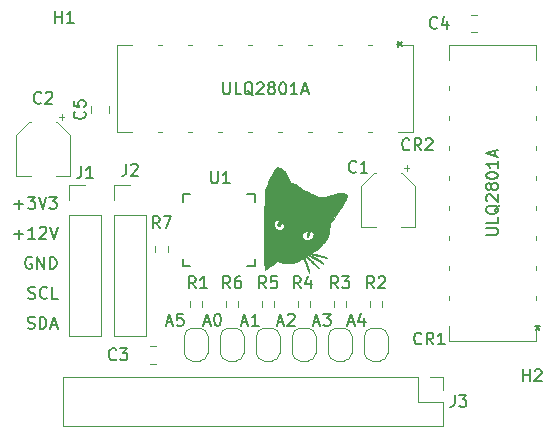
<source format=gbr>
%TF.GenerationSoftware,KiCad,Pcbnew,5.1.10-88a1d61d58~90~ubuntu20.04.1*%
%TF.CreationDate,2021-11-11T20:41:13-05:00*%
%TF.ProjectId,pcb-controller,7063622d-636f-46e7-9472-6f6c6c65722e,rev?*%
%TF.SameCoordinates,Original*%
%TF.FileFunction,Legend,Top*%
%TF.FilePolarity,Positive*%
%FSLAX46Y46*%
G04 Gerber Fmt 4.6, Leading zero omitted, Abs format (unit mm)*
G04 Created by KiCad (PCBNEW 5.1.10-88a1d61d58~90~ubuntu20.04.1) date 2021-11-11 20:41:13*
%MOMM*%
%LPD*%
G01*
G04 APERTURE LIST*
%ADD10C,0.200000*%
%ADD11C,0.010000*%
%ADD12C,0.120000*%
%ADD13C,0.127000*%
%ADD14C,0.150000*%
G04 APERTURE END LIST*
D10*
X21828262Y-47648761D02*
X21971119Y-47696380D01*
X22209214Y-47696380D01*
X22304452Y-47648761D01*
X22352071Y-47601142D01*
X22399690Y-47505904D01*
X22399690Y-47410666D01*
X22352071Y-47315428D01*
X22304452Y-47267809D01*
X22209214Y-47220190D01*
X22018738Y-47172571D01*
X21923500Y-47124952D01*
X21875881Y-47077333D01*
X21828262Y-46982095D01*
X21828262Y-46886857D01*
X21875881Y-46791619D01*
X21923500Y-46744000D01*
X22018738Y-46696380D01*
X22256833Y-46696380D01*
X22399690Y-46744000D01*
X22828262Y-47696380D02*
X22828262Y-46696380D01*
X23066357Y-46696380D01*
X23209214Y-46744000D01*
X23304452Y-46839238D01*
X23352071Y-46934476D01*
X23399690Y-47124952D01*
X23399690Y-47267809D01*
X23352071Y-47458285D01*
X23304452Y-47553523D01*
X23209214Y-47648761D01*
X23066357Y-47696380D01*
X22828262Y-47696380D01*
X23780643Y-47410666D02*
X24256833Y-47410666D01*
X23685405Y-47696380D02*
X24018738Y-46696380D01*
X24352071Y-47696380D01*
X21875880Y-45108761D02*
X22018737Y-45156380D01*
X22256833Y-45156380D01*
X22352071Y-45108761D01*
X22399690Y-45061142D01*
X22447309Y-44965904D01*
X22447309Y-44870666D01*
X22399690Y-44775428D01*
X22352071Y-44727809D01*
X22256833Y-44680190D01*
X22066357Y-44632571D01*
X21971118Y-44584952D01*
X21923499Y-44537333D01*
X21875880Y-44442095D01*
X21875880Y-44346857D01*
X21923499Y-44251619D01*
X21971118Y-44204000D01*
X22066357Y-44156380D01*
X22304452Y-44156380D01*
X22447309Y-44204000D01*
X23447309Y-45061142D02*
X23399690Y-45108761D01*
X23256833Y-45156380D01*
X23161595Y-45156380D01*
X23018737Y-45108761D01*
X22923499Y-45013523D01*
X22875880Y-44918285D01*
X22828261Y-44727809D01*
X22828261Y-44584952D01*
X22875880Y-44394476D01*
X22923499Y-44299238D01*
X23018737Y-44204000D01*
X23161595Y-44156380D01*
X23256833Y-44156380D01*
X23399690Y-44204000D01*
X23447309Y-44251619D01*
X24352071Y-45156380D02*
X23875880Y-45156380D01*
X23875880Y-44156380D01*
X22161595Y-41664000D02*
X22066357Y-41616380D01*
X21923500Y-41616380D01*
X21780642Y-41664000D01*
X21685404Y-41759238D01*
X21637785Y-41854476D01*
X21590166Y-42044952D01*
X21590166Y-42187809D01*
X21637785Y-42378285D01*
X21685404Y-42473523D01*
X21780642Y-42568761D01*
X21923500Y-42616380D01*
X22018738Y-42616380D01*
X22161595Y-42568761D01*
X22209214Y-42521142D01*
X22209214Y-42187809D01*
X22018738Y-42187809D01*
X22637785Y-42616380D02*
X22637785Y-41616380D01*
X23209214Y-42616380D01*
X23209214Y-41616380D01*
X23685404Y-42616380D02*
X23685404Y-41616380D01*
X23923500Y-41616380D01*
X24066357Y-41664000D01*
X24161595Y-41759238D01*
X24209214Y-41854476D01*
X24256833Y-42044952D01*
X24256833Y-42187809D01*
X24209214Y-42378285D01*
X24161595Y-42473523D01*
X24066357Y-42568761D01*
X23923500Y-42616380D01*
X23685404Y-42616380D01*
X20685405Y-39695428D02*
X21447310Y-39695428D01*
X21066357Y-40076380D02*
X21066357Y-39314476D01*
X22447310Y-40076380D02*
X21875881Y-40076380D01*
X22161595Y-40076380D02*
X22161595Y-39076380D01*
X22066357Y-39219238D01*
X21971119Y-39314476D01*
X21875881Y-39362095D01*
X22828262Y-39171619D02*
X22875881Y-39124000D01*
X22971119Y-39076380D01*
X23209214Y-39076380D01*
X23304452Y-39124000D01*
X23352071Y-39171619D01*
X23399690Y-39266857D01*
X23399690Y-39362095D01*
X23352071Y-39504952D01*
X22780643Y-40076380D01*
X23399690Y-40076380D01*
X23685405Y-39076380D02*
X24018738Y-40076380D01*
X24352071Y-39076380D01*
X20685405Y-37155428D02*
X21447310Y-37155428D01*
X21066357Y-37536380D02*
X21066357Y-36774476D01*
X21828262Y-36536380D02*
X22447310Y-36536380D01*
X22113976Y-36917333D01*
X22256833Y-36917333D01*
X22352071Y-36964952D01*
X22399690Y-37012571D01*
X22447310Y-37107809D01*
X22447310Y-37345904D01*
X22399690Y-37441142D01*
X22352071Y-37488761D01*
X22256833Y-37536380D01*
X21971119Y-37536380D01*
X21875881Y-37488761D01*
X21828262Y-37441142D01*
X22733024Y-36536380D02*
X23066357Y-37536380D01*
X23399690Y-36536380D01*
X23637786Y-36536380D02*
X24256833Y-36536380D01*
X23923500Y-36917333D01*
X24066357Y-36917333D01*
X24161595Y-36964952D01*
X24209214Y-37012571D01*
X24256833Y-37107809D01*
X24256833Y-37345904D01*
X24209214Y-37441142D01*
X24161595Y-37488761D01*
X24066357Y-37536380D01*
X23780643Y-37536380D01*
X23685405Y-37488761D01*
X23637786Y-37441142D01*
D11*
%TO.C,G\u002A\u002A\u002A*%
G36*
X43042592Y-34038101D02*
G01*
X43118110Y-34050854D01*
X43197139Y-34078127D01*
X43277485Y-34118499D01*
X43356952Y-34170548D01*
X43433346Y-34232852D01*
X43504472Y-34303988D01*
X43562712Y-34375121D01*
X43607204Y-34439990D01*
X43653740Y-34516302D01*
X43699583Y-34599256D01*
X43741994Y-34684051D01*
X43755547Y-34713333D01*
X43785158Y-34777679D01*
X43817321Y-34845628D01*
X43851023Y-34915207D01*
X43885253Y-34984441D01*
X43918997Y-35051355D01*
X43951244Y-35113975D01*
X43980981Y-35170326D01*
X44007195Y-35218434D01*
X44028876Y-35256324D01*
X44045009Y-35282021D01*
X44051569Y-35290725D01*
X44085615Y-35323197D01*
X44126347Y-35349519D01*
X44176950Y-35371294D01*
X44240605Y-35390130D01*
X44255946Y-35393866D01*
X44344921Y-35417689D01*
X44422561Y-35444928D01*
X44494410Y-35477635D01*
X44522519Y-35492571D01*
X44566654Y-35519346D01*
X44618527Y-35554654D01*
X44673736Y-35595228D01*
X44727878Y-35637795D01*
X44776551Y-35679087D01*
X44789938Y-35691207D01*
X44842633Y-35736880D01*
X44900642Y-35782122D01*
X44960881Y-35824906D01*
X45020263Y-35863203D01*
X45075703Y-35894989D01*
X45124115Y-35918235D01*
X45149943Y-35927682D01*
X45165104Y-35935177D01*
X45189171Y-35950184D01*
X45217656Y-35969854D01*
X45226143Y-35976054D01*
X45278345Y-36012335D01*
X45324426Y-36038507D01*
X45369528Y-36057105D01*
X45417477Y-36070369D01*
X45439571Y-36076750D01*
X45468008Y-36087581D01*
X45504283Y-36103567D01*
X45549889Y-36125415D01*
X45606323Y-36153831D01*
X45675079Y-36189522D01*
X45722277Y-36214409D01*
X45802486Y-36256864D01*
X45869829Y-36292390D01*
X45926392Y-36322004D01*
X45974262Y-36346720D01*
X46015529Y-36367555D01*
X46052278Y-36385522D01*
X46086598Y-36401639D01*
X46120575Y-36416920D01*
X46156298Y-36432380D01*
X46195854Y-36449035D01*
X46241330Y-36467900D01*
X46255178Y-36473622D01*
X46422056Y-36542545D01*
X46556571Y-36541456D01*
X46609693Y-36541301D01*
X46649100Y-36542009D01*
X46678003Y-36543862D01*
X46699609Y-36547137D01*
X46717129Y-36552115D01*
X46727768Y-36556363D01*
X46764450Y-36572359D01*
X46947075Y-36532798D01*
X47060174Y-36507728D01*
X47160868Y-36484071D01*
X47253490Y-36460685D01*
X47342374Y-36436427D01*
X47431855Y-36410155D01*
X47526267Y-36380727D01*
X47536101Y-36377581D01*
X47635134Y-36346140D01*
X47720562Y-36319789D01*
X47794735Y-36297953D01*
X47860003Y-36280056D01*
X47918719Y-36265522D01*
X47973234Y-36253775D01*
X48025898Y-36244241D01*
X48079063Y-36236343D01*
X48135081Y-36229506D01*
X48145701Y-36228338D01*
X48211666Y-36223727D01*
X48288181Y-36222491D01*
X48369242Y-36224429D01*
X48448847Y-36229343D01*
X48520993Y-36237031D01*
X48552442Y-36241863D01*
X48627638Y-36258978D01*
X48692659Y-36281938D01*
X48745878Y-36309878D01*
X48785667Y-36341936D01*
X48810400Y-36377248D01*
X48811271Y-36379219D01*
X48823065Y-36416178D01*
X48827514Y-36456454D01*
X48824196Y-36501413D01*
X48812689Y-36552422D01*
X48792574Y-36610848D01*
X48763428Y-36678058D01*
X48724831Y-36755418D01*
X48676361Y-36844294D01*
X48658023Y-36876567D01*
X48639103Y-36910416D01*
X48614571Y-36955548D01*
X48586466Y-37008142D01*
X48556828Y-37064374D01*
X48527698Y-37120422D01*
X48522476Y-37130567D01*
X48474845Y-37221990D01*
X48432447Y-37300299D01*
X48393723Y-37367892D01*
X48357112Y-37427166D01*
X48321054Y-37480518D01*
X48283991Y-37530346D01*
X48244362Y-37579047D01*
X48200608Y-37629019D01*
X48191962Y-37638566D01*
X48161492Y-37673401D01*
X48132680Y-37709499D01*
X48104382Y-37748733D01*
X48075452Y-37792975D01*
X48044748Y-37844099D01*
X48011123Y-37903977D01*
X47973435Y-37974482D01*
X47930538Y-38057486D01*
X47903806Y-38110145D01*
X47776781Y-38361590D01*
X47624764Y-38515573D01*
X47568571Y-38573205D01*
X47523377Y-38621938D01*
X47487783Y-38664408D01*
X47460394Y-38703253D01*
X47439812Y-38741109D01*
X47424640Y-38780615D01*
X47413481Y-38824407D01*
X47404938Y-38875123D01*
X47397614Y-38935399D01*
X47396403Y-38946667D01*
X47387662Y-39010279D01*
X47374004Y-39085636D01*
X47356309Y-39168572D01*
X47335455Y-39254921D01*
X47315843Y-39328109D01*
X47304998Y-39372579D01*
X47296761Y-39421055D01*
X47290496Y-39478034D01*
X47286151Y-39538119D01*
X47278205Y-39640133D01*
X47266971Y-39729543D01*
X47251511Y-39810515D01*
X47230892Y-39887215D01*
X47204178Y-39963808D01*
X47174572Y-40035137D01*
X47124717Y-40138668D01*
X47072633Y-40227350D01*
X47016801Y-40303250D01*
X46955705Y-40368438D01*
X46889662Y-40423625D01*
X46822720Y-40479516D01*
X46768336Y-40539525D01*
X46731063Y-40593433D01*
X46705681Y-40631078D01*
X46671807Y-40676260D01*
X46632964Y-40724588D01*
X46592676Y-40771667D01*
X46556929Y-40810553D01*
X46456871Y-40904159D01*
X46346688Y-40986996D01*
X46224979Y-41059945D01*
X46090343Y-41123890D01*
X46007867Y-41156432D01*
X45944307Y-41179914D01*
X45894752Y-41198433D01*
X45857312Y-41212863D01*
X45830096Y-41224077D01*
X45811215Y-41232948D01*
X45798777Y-41240350D01*
X45790893Y-41247157D01*
X45785672Y-41254240D01*
X45782125Y-41260726D01*
X45774740Y-41278669D01*
X45773854Y-41289279D01*
X45774098Y-41289586D01*
X45784660Y-41293841D01*
X45809780Y-41301062D01*
X45847436Y-41310769D01*
X45895606Y-41322478D01*
X45952271Y-41335707D01*
X46015408Y-41349973D01*
X46082997Y-41364795D01*
X46141500Y-41377272D01*
X46200587Y-41390123D01*
X46262064Y-41404211D01*
X46320919Y-41418340D01*
X46372142Y-41431313D01*
X46403966Y-41439970D01*
X46527101Y-41475219D01*
X46634942Y-41506273D01*
X46728513Y-41533463D01*
X46808840Y-41557115D01*
X46876945Y-41577560D01*
X46933854Y-41595124D01*
X46980592Y-41610136D01*
X47018182Y-41622924D01*
X47047649Y-41633817D01*
X47070018Y-41643144D01*
X47086312Y-41651232D01*
X47097557Y-41658410D01*
X47104256Y-41664418D01*
X47113829Y-41681571D01*
X47107794Y-41693248D01*
X47086933Y-41698237D01*
X47082416Y-41698333D01*
X47070514Y-41696307D01*
X47043452Y-41690432D01*
X47002488Y-41681011D01*
X46948876Y-41668349D01*
X46883874Y-41652751D01*
X46808738Y-41634521D01*
X46724724Y-41613963D01*
X46633090Y-41591381D01*
X46535091Y-41567079D01*
X46431983Y-41541363D01*
X46366313Y-41524909D01*
X45675328Y-41351485D01*
X45628314Y-41383092D01*
X45604081Y-41400356D01*
X45586322Y-41414839D01*
X45579034Y-41423166D01*
X45585712Y-41429007D01*
X45605670Y-41440599D01*
X45636713Y-41456812D01*
X45676651Y-41476515D01*
X45723289Y-41498580D01*
X45743158Y-41507736D01*
X45900416Y-41582297D01*
X46056386Y-41661345D01*
X46208619Y-41743466D01*
X46354664Y-41827247D01*
X46492068Y-41911275D01*
X46618381Y-41994137D01*
X46731153Y-42074418D01*
X46748290Y-42087320D01*
X46781022Y-42112142D01*
X46809007Y-42133300D01*
X46829401Y-42148650D01*
X46839360Y-42156046D01*
X46839593Y-42156210D01*
X46843029Y-42166907D01*
X46838210Y-42180886D01*
X46828584Y-42189195D01*
X46826806Y-42189400D01*
X46816945Y-42185486D01*
X46794679Y-42174569D01*
X46762397Y-42157887D01*
X46722488Y-42136678D01*
X46677339Y-42112181D01*
X46668962Y-42107584D01*
X46561939Y-42048802D01*
X46467849Y-41997227D01*
X46384813Y-41951862D01*
X46310951Y-41911708D01*
X46244384Y-41875767D01*
X46183233Y-41843039D01*
X46125618Y-41812528D01*
X46069661Y-41783233D01*
X46013481Y-41754158D01*
X45955200Y-41724303D01*
X45892938Y-41692671D01*
X45824816Y-41658262D01*
X45794067Y-41642773D01*
X45499833Y-41494651D01*
X45474636Y-41513280D01*
X45449440Y-41531909D01*
X45688437Y-41766285D01*
X45747600Y-41824703D01*
X45808395Y-41885458D01*
X45868461Y-41946139D01*
X45925438Y-42004338D01*
X45976964Y-42057645D01*
X46020679Y-42103650D01*
X46049961Y-42135247D01*
X46095431Y-42184805D01*
X46145794Y-42239054D01*
X46196850Y-42293510D01*
X46244399Y-42343689D01*
X46279181Y-42379900D01*
X46331420Y-42434219D01*
X46372531Y-42478024D01*
X46403565Y-42512563D01*
X46425572Y-42539086D01*
X46439604Y-42558841D01*
X46446713Y-42573079D01*
X46448134Y-42580688D01*
X46446770Y-42588731D01*
X46441542Y-42590899D01*
X46430746Y-42586133D01*
X46412677Y-42573371D01*
X46385631Y-42551553D01*
X46347904Y-42519617D01*
X46342301Y-42514817D01*
X46290886Y-42470179D01*
X46238039Y-42423117D01*
X46182035Y-42372026D01*
X46121150Y-42315296D01*
X46053658Y-42251321D01*
X45977834Y-42178492D01*
X45891954Y-42095202D01*
X45889334Y-42092651D01*
X45792403Y-41998622D01*
X45705115Y-41914670D01*
X45627777Y-41841079D01*
X45560698Y-41778136D01*
X45504185Y-41726127D01*
X45458546Y-41685337D01*
X45424089Y-41656054D01*
X45401121Y-41638561D01*
X45399152Y-41637268D01*
X45384720Y-41629178D01*
X45372309Y-41627653D01*
X45355614Y-41633126D01*
X45337699Y-41641501D01*
X45308800Y-41658714D01*
X45281599Y-41680413D01*
X45259882Y-41702953D01*
X45247437Y-41722686D01*
X45245867Y-41729948D01*
X45249863Y-41743961D01*
X45260186Y-41766751D01*
X45270589Y-41786203D01*
X45308828Y-41858921D01*
X45349198Y-41946122D01*
X45390909Y-42045609D01*
X45433174Y-42155187D01*
X45475205Y-42272657D01*
X45516215Y-42395822D01*
X45555414Y-42522487D01*
X45592015Y-42650455D01*
X45623056Y-42768805D01*
X45636981Y-42825356D01*
X45646779Y-42867629D01*
X45652796Y-42897677D01*
X45655380Y-42917553D01*
X45654878Y-42929312D01*
X45651638Y-42935005D01*
X45651214Y-42935296D01*
X45637498Y-42942094D01*
X45625878Y-42941908D01*
X45614827Y-42932892D01*
X45602817Y-42913200D01*
X45588320Y-42880986D01*
X45571671Y-42839217D01*
X45521267Y-42709455D01*
X45472542Y-42584298D01*
X45425870Y-42464694D01*
X45381627Y-42351592D01*
X45340185Y-42245938D01*
X45301919Y-42148682D01*
X45267204Y-42060770D01*
X45236414Y-41983151D01*
X45209922Y-41916772D01*
X45188102Y-41862582D01*
X45171330Y-41821529D01*
X45159979Y-41794560D01*
X45155026Y-41783710D01*
X45137904Y-41756421D01*
X45120221Y-41744167D01*
X45097632Y-41745511D01*
X45071590Y-41756148D01*
X45053526Y-41765525D01*
X45023214Y-41781943D01*
X44983110Y-41804042D01*
X44935668Y-41830462D01*
X44883344Y-41859844D01*
X44836294Y-41886455D01*
X44750885Y-41934721D01*
X44677862Y-41975191D01*
X44614988Y-42008604D01*
X44560026Y-42035697D01*
X44510735Y-42057210D01*
X44464879Y-42073881D01*
X44420219Y-42086447D01*
X44374517Y-42095648D01*
X44325534Y-42102222D01*
X44271032Y-42106906D01*
X44208773Y-42110440D01*
X44149434Y-42113036D01*
X44086929Y-42116082D01*
X44022729Y-42120059D01*
X43961365Y-42124626D01*
X43907369Y-42129441D01*
X43865270Y-42134166D01*
X43861567Y-42134665D01*
X43743396Y-42145700D01*
X43629329Y-42145041D01*
X43514353Y-42132379D01*
X43393450Y-42107404D01*
X43385277Y-42105350D01*
X43293175Y-42080708D01*
X43216068Y-42057231D01*
X43152119Y-42034266D01*
X43099487Y-42011160D01*
X43061537Y-41990476D01*
X43024176Y-41969224D01*
X42987572Y-41950908D01*
X42955374Y-41937128D01*
X42931229Y-41929484D01*
X42920706Y-41928715D01*
X42910507Y-41935337D01*
X42891297Y-41951350D01*
X42866047Y-41974182D01*
X42843873Y-41995260D01*
X42813287Y-42024279D01*
X42774164Y-42060422D01*
X42730802Y-42099767D01*
X42687500Y-42138392D01*
X42672000Y-42152026D01*
X42637547Y-42181954D01*
X42605419Y-42209222D01*
X42573412Y-42235547D01*
X42539320Y-42262646D01*
X42500941Y-42292234D01*
X42456070Y-42326028D01*
X42402502Y-42365745D01*
X42338034Y-42413101D01*
X42316400Y-42428935D01*
X42272846Y-42461143D01*
X42222639Y-42498810D01*
X42172433Y-42536922D01*
X42134367Y-42566197D01*
X42100182Y-42591703D01*
X42060758Y-42619505D01*
X42018754Y-42647908D01*
X41976830Y-42675217D01*
X41937649Y-42699738D01*
X41903868Y-42719775D01*
X41878150Y-42733633D01*
X41863154Y-42739619D01*
X41861974Y-42739733D01*
X41861488Y-42731361D01*
X41861022Y-42706618D01*
X41860575Y-42666071D01*
X41860149Y-42610281D01*
X41859744Y-42539814D01*
X41859362Y-42455232D01*
X41859003Y-42357101D01*
X41858668Y-42245983D01*
X41858357Y-42122443D01*
X41858072Y-41987044D01*
X41857813Y-41840351D01*
X41857582Y-41682926D01*
X41857378Y-41515335D01*
X41857203Y-41338140D01*
X41857058Y-41151907D01*
X41856943Y-40957198D01*
X41856859Y-40754577D01*
X41856806Y-40544609D01*
X41856787Y-40327857D01*
X41856801Y-40104884D01*
X41856850Y-39876256D01*
X41856866Y-39830614D01*
X45038535Y-39830614D01*
X45042839Y-39866374D01*
X45062550Y-39937234D01*
X45097858Y-40002019D01*
X45148345Y-40060165D01*
X45213598Y-40111110D01*
X45231577Y-40122302D01*
X45315935Y-40165381D01*
X45398192Y-40192254D01*
X45480245Y-40203172D01*
X45563989Y-40198385D01*
X45651320Y-40178143D01*
X45652446Y-40177792D01*
X45738447Y-40142577D01*
X45815024Y-40094384D01*
X45880980Y-40034697D01*
X45935121Y-39965001D01*
X45976250Y-39886782D01*
X46003171Y-39801526D01*
X46013682Y-39729150D01*
X46013357Y-39663861D01*
X46001464Y-39608859D01*
X45977165Y-39561330D01*
X45955711Y-39534609D01*
X45909554Y-39496077D01*
X45855007Y-39471855D01*
X45791341Y-39461648D01*
X45774560Y-39461252D01*
X45733478Y-39461660D01*
X45706215Y-39464459D01*
X45689658Y-39472006D01*
X45680692Y-39486661D01*
X45676205Y-39510782D01*
X45673820Y-39537568D01*
X45662050Y-39628989D01*
X45641919Y-39707596D01*
X45612495Y-39775790D01*
X45572849Y-39835971D01*
X45546474Y-39866393D01*
X45515254Y-39895494D01*
X45489532Y-39909898D01*
X45467344Y-39910109D01*
X45446722Y-39896628D01*
X45443052Y-39892817D01*
X45430317Y-39868705D01*
X45422692Y-39832634D01*
X45420062Y-39788752D01*
X45422315Y-39741208D01*
X45429337Y-39694151D01*
X45441016Y-39651729D01*
X45450228Y-39630190D01*
X45463508Y-39606845D01*
X45483203Y-39575398D01*
X45505769Y-39541441D01*
X45513710Y-39529969D01*
X45533569Y-39500669D01*
X45549022Y-39476044D01*
X45557872Y-39459688D01*
X45559134Y-39455672D01*
X45551316Y-39450731D01*
X45530255Y-39447567D01*
X45499544Y-39446114D01*
X45462772Y-39446311D01*
X45423530Y-39448094D01*
X45385410Y-39451398D01*
X45352002Y-39456161D01*
X45335989Y-39459621D01*
X45263932Y-39484641D01*
X45198726Y-39519887D01*
X45142687Y-39563459D01*
X45098131Y-39613460D01*
X45067372Y-39667990D01*
X45061173Y-39684973D01*
X45045920Y-39739625D01*
X45038589Y-39786047D01*
X45038535Y-39830614D01*
X41856866Y-39830614D01*
X41856933Y-39642536D01*
X41857053Y-39404287D01*
X41857105Y-39318140D01*
X41857441Y-38779915D01*
X42640100Y-38779915D01*
X42641552Y-38871345D01*
X42659216Y-38960627D01*
X42692735Y-39046427D01*
X42741752Y-39127413D01*
X42787902Y-39183576D01*
X42844300Y-39234746D01*
X42907777Y-39275466D01*
X42974052Y-39303201D01*
X43002201Y-39310474D01*
X43034308Y-39314554D01*
X43077386Y-39316482D01*
X43127020Y-39316437D01*
X43178793Y-39314600D01*
X43228289Y-39311149D01*
X43271093Y-39306263D01*
X43302790Y-39300123D01*
X43309714Y-39297977D01*
X43347751Y-39278222D01*
X43389697Y-39246040D01*
X43432350Y-39204374D01*
X43472505Y-39156164D01*
X43488355Y-39133935D01*
X43508331Y-39103606D01*
X43522273Y-39078423D01*
X43530159Y-39055243D01*
X43531964Y-39030924D01*
X43527668Y-39002323D01*
X43517245Y-38966298D01*
X43500675Y-38919706D01*
X43486515Y-38882052D01*
X43454916Y-38818288D01*
X43411433Y-38758911D01*
X43359718Y-38708196D01*
X43307792Y-38672748D01*
X43283140Y-38660909D01*
X43263986Y-38654566D01*
X43256225Y-38654551D01*
X43250716Y-38665704D01*
X43247850Y-38686635D01*
X43247734Y-38692011D01*
X43241598Y-38754851D01*
X43224566Y-38820176D01*
X43198698Y-38882288D01*
X43166058Y-38935487D01*
X43154465Y-38949760D01*
X43130775Y-38971946D01*
X43101344Y-38992772D01*
X43070295Y-39010086D01*
X43041751Y-39021733D01*
X43019835Y-39025562D01*
X43012615Y-39023851D01*
X42979866Y-38997243D01*
X42959529Y-38960402D01*
X42951978Y-38915004D01*
X42957586Y-38862725D01*
X42968474Y-38825824D01*
X42984858Y-38784710D01*
X43005901Y-38737429D01*
X43029198Y-38688908D01*
X43052345Y-38644076D01*
X43072938Y-38607859D01*
X43080892Y-38595449D01*
X43102997Y-38562918D01*
X43085207Y-38537935D01*
X43067411Y-38518601D01*
X43043373Y-38504002D01*
X43009752Y-38492723D01*
X42963207Y-38483349D01*
X42952074Y-38481582D01*
X42885793Y-38476936D01*
X42827952Y-38485335D01*
X42775554Y-38507338D01*
X42759115Y-38517566D01*
X42720005Y-38551478D01*
X42689138Y-38595965D01*
X42665130Y-38653292D01*
X42655216Y-38687671D01*
X42640100Y-38779915D01*
X41857441Y-38779915D01*
X41859242Y-35896547D01*
X41911314Y-35840882D01*
X41987709Y-35747105D01*
X42050631Y-35643414D01*
X42100257Y-35529469D01*
X42134438Y-35414807D01*
X42171061Y-35274736D01*
X42210706Y-35148648D01*
X42254627Y-35033686D01*
X42304079Y-34926991D01*
X42360315Y-34825707D01*
X42424591Y-34726976D01*
X42454960Y-34684669D01*
X42479407Y-34650062D01*
X42503497Y-34613578D01*
X42522618Y-34582240D01*
X42525078Y-34577867D01*
X42575420Y-34487417D01*
X42619227Y-34410340D01*
X42657596Y-34344894D01*
X42691629Y-34289338D01*
X42722425Y-34241930D01*
X42751082Y-34200929D01*
X42778702Y-34164594D01*
X42806383Y-34131183D01*
X42809169Y-34127968D01*
X42834710Y-34100664D01*
X42858130Y-34082040D01*
X42886194Y-34067499D01*
X42914241Y-34056548D01*
X42950589Y-34044349D01*
X42979798Y-34038080D01*
X43010094Y-34036560D01*
X43042592Y-34038101D01*
G37*
X43042592Y-34038101D02*
X43118110Y-34050854D01*
X43197139Y-34078127D01*
X43277485Y-34118499D01*
X43356952Y-34170548D01*
X43433346Y-34232852D01*
X43504472Y-34303988D01*
X43562712Y-34375121D01*
X43607204Y-34439990D01*
X43653740Y-34516302D01*
X43699583Y-34599256D01*
X43741994Y-34684051D01*
X43755547Y-34713333D01*
X43785158Y-34777679D01*
X43817321Y-34845628D01*
X43851023Y-34915207D01*
X43885253Y-34984441D01*
X43918997Y-35051355D01*
X43951244Y-35113975D01*
X43980981Y-35170326D01*
X44007195Y-35218434D01*
X44028876Y-35256324D01*
X44045009Y-35282021D01*
X44051569Y-35290725D01*
X44085615Y-35323197D01*
X44126347Y-35349519D01*
X44176950Y-35371294D01*
X44240605Y-35390130D01*
X44255946Y-35393866D01*
X44344921Y-35417689D01*
X44422561Y-35444928D01*
X44494410Y-35477635D01*
X44522519Y-35492571D01*
X44566654Y-35519346D01*
X44618527Y-35554654D01*
X44673736Y-35595228D01*
X44727878Y-35637795D01*
X44776551Y-35679087D01*
X44789938Y-35691207D01*
X44842633Y-35736880D01*
X44900642Y-35782122D01*
X44960881Y-35824906D01*
X45020263Y-35863203D01*
X45075703Y-35894989D01*
X45124115Y-35918235D01*
X45149943Y-35927682D01*
X45165104Y-35935177D01*
X45189171Y-35950184D01*
X45217656Y-35969854D01*
X45226143Y-35976054D01*
X45278345Y-36012335D01*
X45324426Y-36038507D01*
X45369528Y-36057105D01*
X45417477Y-36070369D01*
X45439571Y-36076750D01*
X45468008Y-36087581D01*
X45504283Y-36103567D01*
X45549889Y-36125415D01*
X45606323Y-36153831D01*
X45675079Y-36189522D01*
X45722277Y-36214409D01*
X45802486Y-36256864D01*
X45869829Y-36292390D01*
X45926392Y-36322004D01*
X45974262Y-36346720D01*
X46015529Y-36367555D01*
X46052278Y-36385522D01*
X46086598Y-36401639D01*
X46120575Y-36416920D01*
X46156298Y-36432380D01*
X46195854Y-36449035D01*
X46241330Y-36467900D01*
X46255178Y-36473622D01*
X46422056Y-36542545D01*
X46556571Y-36541456D01*
X46609693Y-36541301D01*
X46649100Y-36542009D01*
X46678003Y-36543862D01*
X46699609Y-36547137D01*
X46717129Y-36552115D01*
X46727768Y-36556363D01*
X46764450Y-36572359D01*
X46947075Y-36532798D01*
X47060174Y-36507728D01*
X47160868Y-36484071D01*
X47253490Y-36460685D01*
X47342374Y-36436427D01*
X47431855Y-36410155D01*
X47526267Y-36380727D01*
X47536101Y-36377581D01*
X47635134Y-36346140D01*
X47720562Y-36319789D01*
X47794735Y-36297953D01*
X47860003Y-36280056D01*
X47918719Y-36265522D01*
X47973234Y-36253775D01*
X48025898Y-36244241D01*
X48079063Y-36236343D01*
X48135081Y-36229506D01*
X48145701Y-36228338D01*
X48211666Y-36223727D01*
X48288181Y-36222491D01*
X48369242Y-36224429D01*
X48448847Y-36229343D01*
X48520993Y-36237031D01*
X48552442Y-36241863D01*
X48627638Y-36258978D01*
X48692659Y-36281938D01*
X48745878Y-36309878D01*
X48785667Y-36341936D01*
X48810400Y-36377248D01*
X48811271Y-36379219D01*
X48823065Y-36416178D01*
X48827514Y-36456454D01*
X48824196Y-36501413D01*
X48812689Y-36552422D01*
X48792574Y-36610848D01*
X48763428Y-36678058D01*
X48724831Y-36755418D01*
X48676361Y-36844294D01*
X48658023Y-36876567D01*
X48639103Y-36910416D01*
X48614571Y-36955548D01*
X48586466Y-37008142D01*
X48556828Y-37064374D01*
X48527698Y-37120422D01*
X48522476Y-37130567D01*
X48474845Y-37221990D01*
X48432447Y-37300299D01*
X48393723Y-37367892D01*
X48357112Y-37427166D01*
X48321054Y-37480518D01*
X48283991Y-37530346D01*
X48244362Y-37579047D01*
X48200608Y-37629019D01*
X48191962Y-37638566D01*
X48161492Y-37673401D01*
X48132680Y-37709499D01*
X48104382Y-37748733D01*
X48075452Y-37792975D01*
X48044748Y-37844099D01*
X48011123Y-37903977D01*
X47973435Y-37974482D01*
X47930538Y-38057486D01*
X47903806Y-38110145D01*
X47776781Y-38361590D01*
X47624764Y-38515573D01*
X47568571Y-38573205D01*
X47523377Y-38621938D01*
X47487783Y-38664408D01*
X47460394Y-38703253D01*
X47439812Y-38741109D01*
X47424640Y-38780615D01*
X47413481Y-38824407D01*
X47404938Y-38875123D01*
X47397614Y-38935399D01*
X47396403Y-38946667D01*
X47387662Y-39010279D01*
X47374004Y-39085636D01*
X47356309Y-39168572D01*
X47335455Y-39254921D01*
X47315843Y-39328109D01*
X47304998Y-39372579D01*
X47296761Y-39421055D01*
X47290496Y-39478034D01*
X47286151Y-39538119D01*
X47278205Y-39640133D01*
X47266971Y-39729543D01*
X47251511Y-39810515D01*
X47230892Y-39887215D01*
X47204178Y-39963808D01*
X47174572Y-40035137D01*
X47124717Y-40138668D01*
X47072633Y-40227350D01*
X47016801Y-40303250D01*
X46955705Y-40368438D01*
X46889662Y-40423625D01*
X46822720Y-40479516D01*
X46768336Y-40539525D01*
X46731063Y-40593433D01*
X46705681Y-40631078D01*
X46671807Y-40676260D01*
X46632964Y-40724588D01*
X46592676Y-40771667D01*
X46556929Y-40810553D01*
X46456871Y-40904159D01*
X46346688Y-40986996D01*
X46224979Y-41059945D01*
X46090343Y-41123890D01*
X46007867Y-41156432D01*
X45944307Y-41179914D01*
X45894752Y-41198433D01*
X45857312Y-41212863D01*
X45830096Y-41224077D01*
X45811215Y-41232948D01*
X45798777Y-41240350D01*
X45790893Y-41247157D01*
X45785672Y-41254240D01*
X45782125Y-41260726D01*
X45774740Y-41278669D01*
X45773854Y-41289279D01*
X45774098Y-41289586D01*
X45784660Y-41293841D01*
X45809780Y-41301062D01*
X45847436Y-41310769D01*
X45895606Y-41322478D01*
X45952271Y-41335707D01*
X46015408Y-41349973D01*
X46082997Y-41364795D01*
X46141500Y-41377272D01*
X46200587Y-41390123D01*
X46262064Y-41404211D01*
X46320919Y-41418340D01*
X46372142Y-41431313D01*
X46403966Y-41439970D01*
X46527101Y-41475219D01*
X46634942Y-41506273D01*
X46728513Y-41533463D01*
X46808840Y-41557115D01*
X46876945Y-41577560D01*
X46933854Y-41595124D01*
X46980592Y-41610136D01*
X47018182Y-41622924D01*
X47047649Y-41633817D01*
X47070018Y-41643144D01*
X47086312Y-41651232D01*
X47097557Y-41658410D01*
X47104256Y-41664418D01*
X47113829Y-41681571D01*
X47107794Y-41693248D01*
X47086933Y-41698237D01*
X47082416Y-41698333D01*
X47070514Y-41696307D01*
X47043452Y-41690432D01*
X47002488Y-41681011D01*
X46948876Y-41668349D01*
X46883874Y-41652751D01*
X46808738Y-41634521D01*
X46724724Y-41613963D01*
X46633090Y-41591381D01*
X46535091Y-41567079D01*
X46431983Y-41541363D01*
X46366313Y-41524909D01*
X45675328Y-41351485D01*
X45628314Y-41383092D01*
X45604081Y-41400356D01*
X45586322Y-41414839D01*
X45579034Y-41423166D01*
X45585712Y-41429007D01*
X45605670Y-41440599D01*
X45636713Y-41456812D01*
X45676651Y-41476515D01*
X45723289Y-41498580D01*
X45743158Y-41507736D01*
X45900416Y-41582297D01*
X46056386Y-41661345D01*
X46208619Y-41743466D01*
X46354664Y-41827247D01*
X46492068Y-41911275D01*
X46618381Y-41994137D01*
X46731153Y-42074418D01*
X46748290Y-42087320D01*
X46781022Y-42112142D01*
X46809007Y-42133300D01*
X46829401Y-42148650D01*
X46839360Y-42156046D01*
X46839593Y-42156210D01*
X46843029Y-42166907D01*
X46838210Y-42180886D01*
X46828584Y-42189195D01*
X46826806Y-42189400D01*
X46816945Y-42185486D01*
X46794679Y-42174569D01*
X46762397Y-42157887D01*
X46722488Y-42136678D01*
X46677339Y-42112181D01*
X46668962Y-42107584D01*
X46561939Y-42048802D01*
X46467849Y-41997227D01*
X46384813Y-41951862D01*
X46310951Y-41911708D01*
X46244384Y-41875767D01*
X46183233Y-41843039D01*
X46125618Y-41812528D01*
X46069661Y-41783233D01*
X46013481Y-41754158D01*
X45955200Y-41724303D01*
X45892938Y-41692671D01*
X45824816Y-41658262D01*
X45794067Y-41642773D01*
X45499833Y-41494651D01*
X45474636Y-41513280D01*
X45449440Y-41531909D01*
X45688437Y-41766285D01*
X45747600Y-41824703D01*
X45808395Y-41885458D01*
X45868461Y-41946139D01*
X45925438Y-42004338D01*
X45976964Y-42057645D01*
X46020679Y-42103650D01*
X46049961Y-42135247D01*
X46095431Y-42184805D01*
X46145794Y-42239054D01*
X46196850Y-42293510D01*
X46244399Y-42343689D01*
X46279181Y-42379900D01*
X46331420Y-42434219D01*
X46372531Y-42478024D01*
X46403565Y-42512563D01*
X46425572Y-42539086D01*
X46439604Y-42558841D01*
X46446713Y-42573079D01*
X46448134Y-42580688D01*
X46446770Y-42588731D01*
X46441542Y-42590899D01*
X46430746Y-42586133D01*
X46412677Y-42573371D01*
X46385631Y-42551553D01*
X46347904Y-42519617D01*
X46342301Y-42514817D01*
X46290886Y-42470179D01*
X46238039Y-42423117D01*
X46182035Y-42372026D01*
X46121150Y-42315296D01*
X46053658Y-42251321D01*
X45977834Y-42178492D01*
X45891954Y-42095202D01*
X45889334Y-42092651D01*
X45792403Y-41998622D01*
X45705115Y-41914670D01*
X45627777Y-41841079D01*
X45560698Y-41778136D01*
X45504185Y-41726127D01*
X45458546Y-41685337D01*
X45424089Y-41656054D01*
X45401121Y-41638561D01*
X45399152Y-41637268D01*
X45384720Y-41629178D01*
X45372309Y-41627653D01*
X45355614Y-41633126D01*
X45337699Y-41641501D01*
X45308800Y-41658714D01*
X45281599Y-41680413D01*
X45259882Y-41702953D01*
X45247437Y-41722686D01*
X45245867Y-41729948D01*
X45249863Y-41743961D01*
X45260186Y-41766751D01*
X45270589Y-41786203D01*
X45308828Y-41858921D01*
X45349198Y-41946122D01*
X45390909Y-42045609D01*
X45433174Y-42155187D01*
X45475205Y-42272657D01*
X45516215Y-42395822D01*
X45555414Y-42522487D01*
X45592015Y-42650455D01*
X45623056Y-42768805D01*
X45636981Y-42825356D01*
X45646779Y-42867629D01*
X45652796Y-42897677D01*
X45655380Y-42917553D01*
X45654878Y-42929312D01*
X45651638Y-42935005D01*
X45651214Y-42935296D01*
X45637498Y-42942094D01*
X45625878Y-42941908D01*
X45614827Y-42932892D01*
X45602817Y-42913200D01*
X45588320Y-42880986D01*
X45571671Y-42839217D01*
X45521267Y-42709455D01*
X45472542Y-42584298D01*
X45425870Y-42464694D01*
X45381627Y-42351592D01*
X45340185Y-42245938D01*
X45301919Y-42148682D01*
X45267204Y-42060770D01*
X45236414Y-41983151D01*
X45209922Y-41916772D01*
X45188102Y-41862582D01*
X45171330Y-41821529D01*
X45159979Y-41794560D01*
X45155026Y-41783710D01*
X45137904Y-41756421D01*
X45120221Y-41744167D01*
X45097632Y-41745511D01*
X45071590Y-41756148D01*
X45053526Y-41765525D01*
X45023214Y-41781943D01*
X44983110Y-41804042D01*
X44935668Y-41830462D01*
X44883344Y-41859844D01*
X44836294Y-41886455D01*
X44750885Y-41934721D01*
X44677862Y-41975191D01*
X44614988Y-42008604D01*
X44560026Y-42035697D01*
X44510735Y-42057210D01*
X44464879Y-42073881D01*
X44420219Y-42086447D01*
X44374517Y-42095648D01*
X44325534Y-42102222D01*
X44271032Y-42106906D01*
X44208773Y-42110440D01*
X44149434Y-42113036D01*
X44086929Y-42116082D01*
X44022729Y-42120059D01*
X43961365Y-42124626D01*
X43907369Y-42129441D01*
X43865270Y-42134166D01*
X43861567Y-42134665D01*
X43743396Y-42145700D01*
X43629329Y-42145041D01*
X43514353Y-42132379D01*
X43393450Y-42107404D01*
X43385277Y-42105350D01*
X43293175Y-42080708D01*
X43216068Y-42057231D01*
X43152119Y-42034266D01*
X43099487Y-42011160D01*
X43061537Y-41990476D01*
X43024176Y-41969224D01*
X42987572Y-41950908D01*
X42955374Y-41937128D01*
X42931229Y-41929484D01*
X42920706Y-41928715D01*
X42910507Y-41935337D01*
X42891297Y-41951350D01*
X42866047Y-41974182D01*
X42843873Y-41995260D01*
X42813287Y-42024279D01*
X42774164Y-42060422D01*
X42730802Y-42099767D01*
X42687500Y-42138392D01*
X42672000Y-42152026D01*
X42637547Y-42181954D01*
X42605419Y-42209222D01*
X42573412Y-42235547D01*
X42539320Y-42262646D01*
X42500941Y-42292234D01*
X42456070Y-42326028D01*
X42402502Y-42365745D01*
X42338034Y-42413101D01*
X42316400Y-42428935D01*
X42272846Y-42461143D01*
X42222639Y-42498810D01*
X42172433Y-42536922D01*
X42134367Y-42566197D01*
X42100182Y-42591703D01*
X42060758Y-42619505D01*
X42018754Y-42647908D01*
X41976830Y-42675217D01*
X41937649Y-42699738D01*
X41903868Y-42719775D01*
X41878150Y-42733633D01*
X41863154Y-42739619D01*
X41861974Y-42739733D01*
X41861488Y-42731361D01*
X41861022Y-42706618D01*
X41860575Y-42666071D01*
X41860149Y-42610281D01*
X41859744Y-42539814D01*
X41859362Y-42455232D01*
X41859003Y-42357101D01*
X41858668Y-42245983D01*
X41858357Y-42122443D01*
X41858072Y-41987044D01*
X41857813Y-41840351D01*
X41857582Y-41682926D01*
X41857378Y-41515335D01*
X41857203Y-41338140D01*
X41857058Y-41151907D01*
X41856943Y-40957198D01*
X41856859Y-40754577D01*
X41856806Y-40544609D01*
X41856787Y-40327857D01*
X41856801Y-40104884D01*
X41856850Y-39876256D01*
X41856866Y-39830614D01*
X45038535Y-39830614D01*
X45042839Y-39866374D01*
X45062550Y-39937234D01*
X45097858Y-40002019D01*
X45148345Y-40060165D01*
X45213598Y-40111110D01*
X45231577Y-40122302D01*
X45315935Y-40165381D01*
X45398192Y-40192254D01*
X45480245Y-40203172D01*
X45563989Y-40198385D01*
X45651320Y-40178143D01*
X45652446Y-40177792D01*
X45738447Y-40142577D01*
X45815024Y-40094384D01*
X45880980Y-40034697D01*
X45935121Y-39965001D01*
X45976250Y-39886782D01*
X46003171Y-39801526D01*
X46013682Y-39729150D01*
X46013357Y-39663861D01*
X46001464Y-39608859D01*
X45977165Y-39561330D01*
X45955711Y-39534609D01*
X45909554Y-39496077D01*
X45855007Y-39471855D01*
X45791341Y-39461648D01*
X45774560Y-39461252D01*
X45733478Y-39461660D01*
X45706215Y-39464459D01*
X45689658Y-39472006D01*
X45680692Y-39486661D01*
X45676205Y-39510782D01*
X45673820Y-39537568D01*
X45662050Y-39628989D01*
X45641919Y-39707596D01*
X45612495Y-39775790D01*
X45572849Y-39835971D01*
X45546474Y-39866393D01*
X45515254Y-39895494D01*
X45489532Y-39909898D01*
X45467344Y-39910109D01*
X45446722Y-39896628D01*
X45443052Y-39892817D01*
X45430317Y-39868705D01*
X45422692Y-39832634D01*
X45420062Y-39788752D01*
X45422315Y-39741208D01*
X45429337Y-39694151D01*
X45441016Y-39651729D01*
X45450228Y-39630190D01*
X45463508Y-39606845D01*
X45483203Y-39575398D01*
X45505769Y-39541441D01*
X45513710Y-39529969D01*
X45533569Y-39500669D01*
X45549022Y-39476044D01*
X45557872Y-39459688D01*
X45559134Y-39455672D01*
X45551316Y-39450731D01*
X45530255Y-39447567D01*
X45499544Y-39446114D01*
X45462772Y-39446311D01*
X45423530Y-39448094D01*
X45385410Y-39451398D01*
X45352002Y-39456161D01*
X45335989Y-39459621D01*
X45263932Y-39484641D01*
X45198726Y-39519887D01*
X45142687Y-39563459D01*
X45098131Y-39613460D01*
X45067372Y-39667990D01*
X45061173Y-39684973D01*
X45045920Y-39739625D01*
X45038589Y-39786047D01*
X45038535Y-39830614D01*
X41856866Y-39830614D01*
X41856933Y-39642536D01*
X41857053Y-39404287D01*
X41857105Y-39318140D01*
X41857441Y-38779915D01*
X42640100Y-38779915D01*
X42641552Y-38871345D01*
X42659216Y-38960627D01*
X42692735Y-39046427D01*
X42741752Y-39127413D01*
X42787902Y-39183576D01*
X42844300Y-39234746D01*
X42907777Y-39275466D01*
X42974052Y-39303201D01*
X43002201Y-39310474D01*
X43034308Y-39314554D01*
X43077386Y-39316482D01*
X43127020Y-39316437D01*
X43178793Y-39314600D01*
X43228289Y-39311149D01*
X43271093Y-39306263D01*
X43302790Y-39300123D01*
X43309714Y-39297977D01*
X43347751Y-39278222D01*
X43389697Y-39246040D01*
X43432350Y-39204374D01*
X43472505Y-39156164D01*
X43488355Y-39133935D01*
X43508331Y-39103606D01*
X43522273Y-39078423D01*
X43530159Y-39055243D01*
X43531964Y-39030924D01*
X43527668Y-39002323D01*
X43517245Y-38966298D01*
X43500675Y-38919706D01*
X43486515Y-38882052D01*
X43454916Y-38818288D01*
X43411433Y-38758911D01*
X43359718Y-38708196D01*
X43307792Y-38672748D01*
X43283140Y-38660909D01*
X43263986Y-38654566D01*
X43256225Y-38654551D01*
X43250716Y-38665704D01*
X43247850Y-38686635D01*
X43247734Y-38692011D01*
X43241598Y-38754851D01*
X43224566Y-38820176D01*
X43198698Y-38882288D01*
X43166058Y-38935487D01*
X43154465Y-38949760D01*
X43130775Y-38971946D01*
X43101344Y-38992772D01*
X43070295Y-39010086D01*
X43041751Y-39021733D01*
X43019835Y-39025562D01*
X43012615Y-39023851D01*
X42979866Y-38997243D01*
X42959529Y-38960402D01*
X42951978Y-38915004D01*
X42957586Y-38862725D01*
X42968474Y-38825824D01*
X42984858Y-38784710D01*
X43005901Y-38737429D01*
X43029198Y-38688908D01*
X43052345Y-38644076D01*
X43072938Y-38607859D01*
X43080892Y-38595449D01*
X43102997Y-38562918D01*
X43085207Y-38537935D01*
X43067411Y-38518601D01*
X43043373Y-38504002D01*
X43009752Y-38492723D01*
X42963207Y-38483349D01*
X42952074Y-38481582D01*
X42885793Y-38476936D01*
X42827952Y-38485335D01*
X42775554Y-38507338D01*
X42759115Y-38517566D01*
X42720005Y-38551478D01*
X42689138Y-38595965D01*
X42665130Y-38653292D01*
X42655216Y-38687671D01*
X42640100Y-38779915D01*
X41857441Y-38779915D01*
X41859242Y-35896547D01*
X41911314Y-35840882D01*
X41987709Y-35747105D01*
X42050631Y-35643414D01*
X42100257Y-35529469D01*
X42134438Y-35414807D01*
X42171061Y-35274736D01*
X42210706Y-35148648D01*
X42254627Y-35033686D01*
X42304079Y-34926991D01*
X42360315Y-34825707D01*
X42424591Y-34726976D01*
X42454960Y-34684669D01*
X42479407Y-34650062D01*
X42503497Y-34613578D01*
X42522618Y-34582240D01*
X42525078Y-34577867D01*
X42575420Y-34487417D01*
X42619227Y-34410340D01*
X42657596Y-34344894D01*
X42691629Y-34289338D01*
X42722425Y-34241930D01*
X42751082Y-34200929D01*
X42778702Y-34164594D01*
X42806383Y-34131183D01*
X42809169Y-34127968D01*
X42834710Y-34100664D01*
X42858130Y-34082040D01*
X42886194Y-34067499D01*
X42914241Y-34056548D01*
X42950589Y-34044349D01*
X42979798Y-34038080D01*
X43010094Y-34036560D01*
X43042592Y-34038101D01*
D12*
%TO.C,C5*%
X28675000Y-29405252D02*
X28675000Y-28882748D01*
X27205000Y-29405252D02*
X27205000Y-28882748D01*
%TO.C,C4*%
X59301748Y-22579000D02*
X59824252Y-22579000D01*
X59301748Y-21109000D02*
X59824252Y-21109000D01*
%TO.C,C3*%
X32712252Y-49176000D02*
X32189748Y-49176000D01*
X32712252Y-50646000D02*
X32189748Y-50646000D01*
%TO.C,C2*%
X24924000Y-29740000D02*
X24424000Y-29740000D01*
X24674000Y-29490000D02*
X24674000Y-29990000D01*
X21918437Y-30230000D02*
X20854000Y-31294437D01*
X24309563Y-30230000D02*
X25374000Y-31294437D01*
X24309563Y-30230000D02*
X24174000Y-30230000D01*
X21918437Y-30230000D02*
X22054000Y-30230000D01*
X20854000Y-31294437D02*
X20854000Y-34750000D01*
X25374000Y-31294437D02*
X25374000Y-34750000D01*
X25374000Y-34750000D02*
X24174000Y-34750000D01*
X20854000Y-34750000D02*
X22054000Y-34750000D01*
%TO.C,C1*%
X54134000Y-34058000D02*
X53634000Y-34058000D01*
X53884000Y-33808000D02*
X53884000Y-34308000D01*
X51128437Y-34548000D02*
X50064000Y-35612437D01*
X53519563Y-34548000D02*
X54584000Y-35612437D01*
X53519563Y-34548000D02*
X53384000Y-34548000D01*
X51128437Y-34548000D02*
X51264000Y-34548000D01*
X50064000Y-35612437D02*
X50064000Y-39068000D01*
X54584000Y-35612437D02*
X54584000Y-39068000D01*
X54584000Y-39068000D02*
X53384000Y-39068000D01*
X50064000Y-39068000D02*
X51264000Y-39068000D01*
%TO.C,CR1*%
X57488057Y-47462888D02*
X57488057Y-48737740D01*
X57488057Y-44922888D02*
X57488057Y-45288192D01*
X57488057Y-42382888D02*
X57488057Y-42748192D01*
X57488057Y-39842888D02*
X57488057Y-40208192D01*
X57488057Y-37302888D02*
X57488057Y-37668192D01*
X57488057Y-34762888D02*
X57488057Y-35128192D01*
X57488057Y-32222888D02*
X57488057Y-32588192D01*
X57488057Y-29682888D02*
X57488057Y-30048192D01*
X57488057Y-27142888D02*
X57488057Y-27508192D01*
X64854057Y-24968192D02*
X64854057Y-23693340D01*
X64854057Y-27508192D02*
X64854057Y-27142888D01*
X64854057Y-30048192D02*
X64854057Y-29682888D01*
X64854057Y-32588192D02*
X64854057Y-32222888D01*
X64854057Y-35128192D02*
X64854057Y-34762888D01*
X64854057Y-37668192D02*
X64854057Y-37302888D01*
X64854057Y-40208192D02*
X64854057Y-39842888D01*
X64854057Y-42748192D02*
X64854057Y-42382888D01*
X64854057Y-45280800D02*
X64854057Y-44922888D01*
X64854057Y-48737740D02*
X64854057Y-47470280D01*
X57488057Y-48737740D02*
X64854057Y-48737740D01*
X57488057Y-23693340D02*
X57488057Y-24968192D01*
X64854057Y-23693340D02*
X57488057Y-23693340D01*
%TO.C,CR2*%
X53157348Y-31073644D02*
X54432200Y-31073644D01*
X50617348Y-31073644D02*
X50982652Y-31073644D01*
X48077348Y-31073644D02*
X48442652Y-31073644D01*
X45537348Y-31073644D02*
X45902652Y-31073644D01*
X42997348Y-31073644D02*
X43362652Y-31073644D01*
X40457348Y-31073644D02*
X40822652Y-31073644D01*
X37917348Y-31073644D02*
X38282652Y-31073644D01*
X35377348Y-31073644D02*
X35742652Y-31073644D01*
X32837348Y-31073644D02*
X33202652Y-31073644D01*
X30662652Y-23707644D02*
X29387800Y-23707644D01*
X33202652Y-23707644D02*
X32837348Y-23707644D01*
X35742652Y-23707644D02*
X35377348Y-23707644D01*
X38282652Y-23707644D02*
X37917348Y-23707644D01*
X40822652Y-23707644D02*
X40457348Y-23707644D01*
X43362652Y-23707644D02*
X42997348Y-23707644D01*
X45902652Y-23707644D02*
X45537348Y-23707644D01*
X48442652Y-23707644D02*
X48077348Y-23707644D01*
X50975260Y-23707644D02*
X50617348Y-23707644D01*
X54432200Y-23707644D02*
X53164740Y-23707644D01*
X54432200Y-31073644D02*
X54432200Y-23707644D01*
X29387800Y-31073644D02*
X30662652Y-31073644D01*
X29387800Y-23707644D02*
X29387800Y-31073644D01*
%TO.C,A4*%
X50308000Y-49737000D02*
X50308000Y-48337000D01*
X51008000Y-47637000D02*
X51608000Y-47637000D01*
X52308000Y-48337000D02*
X52308000Y-49737000D01*
X51608000Y-50437000D02*
X51008000Y-50437000D01*
X51008000Y-50437000D02*
G75*
G02*
X50308000Y-49737000I0J700000D01*
G01*
X52308000Y-49737000D02*
G75*
G02*
X51608000Y-50437000I-700000J0D01*
G01*
X51608000Y-47637000D02*
G75*
G02*
X52308000Y-48337000I0J-700000D01*
G01*
X50308000Y-48337000D02*
G75*
G02*
X51008000Y-47637000I700000J0D01*
G01*
%TO.C,J3*%
X56940000Y-51804000D02*
X56940000Y-52864000D01*
X55880000Y-51804000D02*
X56940000Y-51804000D01*
X56940000Y-53864000D02*
X56940000Y-55924000D01*
X54880000Y-53864000D02*
X56940000Y-53864000D01*
X54880000Y-51804000D02*
X54880000Y-53864000D01*
X56940000Y-55924000D02*
X24820000Y-55924000D01*
X54880000Y-51804000D02*
X24820000Y-51804000D01*
X24820000Y-51804000D02*
X24820000Y-55924000D01*
D13*
%TO.C,U1*%
X41023000Y-42420000D02*
X41023000Y-41800000D01*
X41023000Y-36320000D02*
X41023000Y-36940000D01*
X34923000Y-42420000D02*
X34923000Y-41800000D01*
X34923000Y-36320000D02*
X34923000Y-36940000D01*
X41023000Y-42420000D02*
X40403000Y-42420000D01*
X41023000Y-36320000D02*
X40403000Y-36320000D01*
X34923000Y-42420000D02*
X35543000Y-42420000D01*
X34923000Y-36320000D02*
X35543000Y-36320000D01*
D10*
X42188000Y-41320000D02*
G75*
G03*
X42188000Y-41320000I-100000J0D01*
G01*
D12*
%TO.C,R7*%
X32624500Y-40720742D02*
X32624500Y-41195258D01*
X33669500Y-40720742D02*
X33669500Y-41195258D01*
%TO.C,R6*%
X39638500Y-45830758D02*
X39638500Y-45356242D01*
X38593500Y-45830758D02*
X38593500Y-45356242D01*
%TO.C,R5*%
X42686500Y-45830758D02*
X42686500Y-45356242D01*
X41641500Y-45830758D02*
X41641500Y-45356242D01*
%TO.C,R4*%
X45734500Y-45830758D02*
X45734500Y-45356242D01*
X44689500Y-45830758D02*
X44689500Y-45356242D01*
%TO.C,R3*%
X48782500Y-45830758D02*
X48782500Y-45356242D01*
X47737500Y-45830758D02*
X47737500Y-45356242D01*
%TO.C,R2*%
X51830500Y-45830758D02*
X51830500Y-45356242D01*
X50785500Y-45830758D02*
X50785500Y-45356242D01*
%TO.C,R1*%
X36590500Y-45830758D02*
X36590500Y-45356242D01*
X35545500Y-45830758D02*
X35545500Y-45356242D01*
%TO.C,A5*%
X35068000Y-49737000D02*
X35068000Y-48337000D01*
X35768000Y-47637000D02*
X36368000Y-47637000D01*
X37068000Y-48337000D02*
X37068000Y-49737000D01*
X36368000Y-50437000D02*
X35768000Y-50437000D01*
X35768000Y-50437000D02*
G75*
G02*
X35068000Y-49737000I0J700000D01*
G01*
X37068000Y-49737000D02*
G75*
G02*
X36368000Y-50437000I-700000J0D01*
G01*
X36368000Y-47637000D02*
G75*
G02*
X37068000Y-48337000I0J-700000D01*
G01*
X35068000Y-48337000D02*
G75*
G02*
X35768000Y-47637000I700000J0D01*
G01*
%TO.C,A3*%
X47260000Y-49737000D02*
X47260000Y-48337000D01*
X47960000Y-47637000D02*
X48560000Y-47637000D01*
X49260000Y-48337000D02*
X49260000Y-49737000D01*
X48560000Y-50437000D02*
X47960000Y-50437000D01*
X47960000Y-50437000D02*
G75*
G02*
X47260000Y-49737000I0J700000D01*
G01*
X49260000Y-49737000D02*
G75*
G02*
X48560000Y-50437000I-700000J0D01*
G01*
X48560000Y-47637000D02*
G75*
G02*
X49260000Y-48337000I0J-700000D01*
G01*
X47260000Y-48337000D02*
G75*
G02*
X47960000Y-47637000I700000J0D01*
G01*
%TO.C,A2*%
X44212000Y-49737000D02*
X44212000Y-48337000D01*
X44912000Y-47637000D02*
X45512000Y-47637000D01*
X46212000Y-48337000D02*
X46212000Y-49737000D01*
X45512000Y-50437000D02*
X44912000Y-50437000D01*
X44912000Y-50437000D02*
G75*
G02*
X44212000Y-49737000I0J700000D01*
G01*
X46212000Y-49737000D02*
G75*
G02*
X45512000Y-50437000I-700000J0D01*
G01*
X45512000Y-47637000D02*
G75*
G02*
X46212000Y-48337000I0J-700000D01*
G01*
X44212000Y-48337000D02*
G75*
G02*
X44912000Y-47637000I700000J0D01*
G01*
%TO.C,A1*%
X41164000Y-49737000D02*
X41164000Y-48337000D01*
X41864000Y-47637000D02*
X42464000Y-47637000D01*
X43164000Y-48337000D02*
X43164000Y-49737000D01*
X42464000Y-50437000D02*
X41864000Y-50437000D01*
X41864000Y-50437000D02*
G75*
G02*
X41164000Y-49737000I0J700000D01*
G01*
X43164000Y-49737000D02*
G75*
G02*
X42464000Y-50437000I-700000J0D01*
G01*
X42464000Y-47637000D02*
G75*
G02*
X43164000Y-48337000I0J-700000D01*
G01*
X41164000Y-48337000D02*
G75*
G02*
X41864000Y-47637000I700000J0D01*
G01*
%TO.C,A0*%
X38116000Y-49737000D02*
X38116000Y-48337000D01*
X38816000Y-47637000D02*
X39416000Y-47637000D01*
X40116000Y-48337000D02*
X40116000Y-49737000D01*
X39416000Y-50437000D02*
X38816000Y-50437000D01*
X38816000Y-50437000D02*
G75*
G02*
X38116000Y-49737000I0J700000D01*
G01*
X40116000Y-49737000D02*
G75*
G02*
X39416000Y-50437000I-700000J0D01*
G01*
X39416000Y-47637000D02*
G75*
G02*
X40116000Y-48337000I0J-700000D01*
G01*
X38116000Y-48337000D02*
G75*
G02*
X38816000Y-47637000I700000J0D01*
G01*
%TO.C,J2*%
X29150000Y-35500000D02*
X30480000Y-35500000D01*
X29150000Y-36830000D02*
X29150000Y-35500000D01*
X29150000Y-38100000D02*
X31810000Y-38100000D01*
X31810000Y-38100000D02*
X31810000Y-48320000D01*
X29150000Y-38100000D02*
X29150000Y-48320000D01*
X29150000Y-48320000D02*
X31810000Y-48320000D01*
%TO.C,J1*%
X25340000Y-35500000D02*
X26670000Y-35500000D01*
X25340000Y-36830000D02*
X25340000Y-35500000D01*
X25340000Y-38100000D02*
X28000000Y-38100000D01*
X28000000Y-38100000D02*
X28000000Y-48320000D01*
X25340000Y-38100000D02*
X25340000Y-48320000D01*
X25340000Y-48320000D02*
X28000000Y-48320000D01*
%TO.C,C5*%
D14*
X26617142Y-29310666D02*
X26664761Y-29358285D01*
X26712380Y-29501142D01*
X26712380Y-29596380D01*
X26664761Y-29739238D01*
X26569523Y-29834476D01*
X26474285Y-29882095D01*
X26283809Y-29929714D01*
X26140952Y-29929714D01*
X25950476Y-29882095D01*
X25855238Y-29834476D01*
X25760000Y-29739238D01*
X25712380Y-29596380D01*
X25712380Y-29501142D01*
X25760000Y-29358285D01*
X25807619Y-29310666D01*
X25712380Y-28405904D02*
X25712380Y-28882095D01*
X26188571Y-28929714D01*
X26140952Y-28882095D01*
X26093333Y-28786857D01*
X26093333Y-28548761D01*
X26140952Y-28453523D01*
X26188571Y-28405904D01*
X26283809Y-28358285D01*
X26521904Y-28358285D01*
X26617142Y-28405904D01*
X26664761Y-28453523D01*
X26712380Y-28548761D01*
X26712380Y-28786857D01*
X26664761Y-28882095D01*
X26617142Y-28929714D01*
%TO.C,C4*%
X56475333Y-22201142D02*
X56427714Y-22248761D01*
X56284857Y-22296380D01*
X56189619Y-22296380D01*
X56046761Y-22248761D01*
X55951523Y-22153523D01*
X55903904Y-22058285D01*
X55856285Y-21867809D01*
X55856285Y-21724952D01*
X55903904Y-21534476D01*
X55951523Y-21439238D01*
X56046761Y-21344000D01*
X56189619Y-21296380D01*
X56284857Y-21296380D01*
X56427714Y-21344000D01*
X56475333Y-21391619D01*
X57332476Y-21629714D02*
X57332476Y-22296380D01*
X57094380Y-21248761D02*
X56856285Y-21963047D01*
X57475333Y-21963047D01*
%TO.C,C3*%
X29297333Y-50268142D02*
X29249714Y-50315761D01*
X29106857Y-50363380D01*
X29011619Y-50363380D01*
X28868761Y-50315761D01*
X28773523Y-50220523D01*
X28725904Y-50125285D01*
X28678285Y-49934809D01*
X28678285Y-49791952D01*
X28725904Y-49601476D01*
X28773523Y-49506238D01*
X28868761Y-49411000D01*
X29011619Y-49363380D01*
X29106857Y-49363380D01*
X29249714Y-49411000D01*
X29297333Y-49458619D01*
X29630666Y-49363380D02*
X30249714Y-49363380D01*
X29916380Y-49744333D01*
X30059238Y-49744333D01*
X30154476Y-49791952D01*
X30202095Y-49839571D01*
X30249714Y-49934809D01*
X30249714Y-50172904D01*
X30202095Y-50268142D01*
X30154476Y-50315761D01*
X30059238Y-50363380D01*
X29773523Y-50363380D01*
X29678285Y-50315761D01*
X29630666Y-50268142D01*
%TO.C,C2*%
X22947333Y-28551142D02*
X22899714Y-28598761D01*
X22756857Y-28646380D01*
X22661619Y-28646380D01*
X22518761Y-28598761D01*
X22423523Y-28503523D01*
X22375904Y-28408285D01*
X22328285Y-28217809D01*
X22328285Y-28074952D01*
X22375904Y-27884476D01*
X22423523Y-27789238D01*
X22518761Y-27694000D01*
X22661619Y-27646380D01*
X22756857Y-27646380D01*
X22899714Y-27694000D01*
X22947333Y-27741619D01*
X23328285Y-27741619D02*
X23375904Y-27694000D01*
X23471142Y-27646380D01*
X23709238Y-27646380D01*
X23804476Y-27694000D01*
X23852095Y-27741619D01*
X23899714Y-27836857D01*
X23899714Y-27932095D01*
X23852095Y-28074952D01*
X23280666Y-28646380D01*
X23899714Y-28646380D01*
%TO.C,C1*%
X49617333Y-34393142D02*
X49569714Y-34440761D01*
X49426857Y-34488380D01*
X49331619Y-34488380D01*
X49188761Y-34440761D01*
X49093523Y-34345523D01*
X49045904Y-34250285D01*
X48998285Y-34059809D01*
X48998285Y-33916952D01*
X49045904Y-33726476D01*
X49093523Y-33631238D01*
X49188761Y-33536000D01*
X49331619Y-33488380D01*
X49426857Y-33488380D01*
X49569714Y-33536000D01*
X49617333Y-33583619D01*
X50569714Y-34488380D02*
X49998285Y-34488380D01*
X50284000Y-34488380D02*
X50284000Y-33488380D01*
X50188761Y-33631238D01*
X50093523Y-33726476D01*
X49998285Y-33774095D01*
%TO.C,CR1*%
X55149833Y-48934642D02*
X55102214Y-48982261D01*
X54959357Y-49029880D01*
X54864119Y-49029880D01*
X54721261Y-48982261D01*
X54626023Y-48887023D01*
X54578404Y-48791785D01*
X54530785Y-48601309D01*
X54530785Y-48458452D01*
X54578404Y-48267976D01*
X54626023Y-48172738D01*
X54721261Y-48077500D01*
X54864119Y-48029880D01*
X54959357Y-48029880D01*
X55102214Y-48077500D01*
X55149833Y-48125119D01*
X56149833Y-49029880D02*
X55816500Y-48553690D01*
X55578404Y-49029880D02*
X55578404Y-48029880D01*
X55959357Y-48029880D01*
X56054595Y-48077500D01*
X56102214Y-48125119D01*
X56149833Y-48220357D01*
X56149833Y-48363214D01*
X56102214Y-48458452D01*
X56054595Y-48506071D01*
X55959357Y-48553690D01*
X55578404Y-48553690D01*
X57102214Y-49029880D02*
X56530785Y-49029880D01*
X56816500Y-49029880D02*
X56816500Y-48029880D01*
X56721261Y-48172738D01*
X56626023Y-48267976D01*
X56530785Y-48315595D01*
X60623437Y-39763159D02*
X61432961Y-39763159D01*
X61528199Y-39715540D01*
X61575818Y-39667920D01*
X61623437Y-39572682D01*
X61623437Y-39382206D01*
X61575818Y-39286968D01*
X61528199Y-39239349D01*
X61432961Y-39191730D01*
X60623437Y-39191730D01*
X61623437Y-38239349D02*
X61623437Y-38715540D01*
X60623437Y-38715540D01*
X61718676Y-37239349D02*
X61671057Y-37334587D01*
X61575818Y-37429825D01*
X61432961Y-37572682D01*
X61385342Y-37667920D01*
X61385342Y-37763159D01*
X61623437Y-37715540D02*
X61575818Y-37810778D01*
X61480580Y-37906016D01*
X61290104Y-37953635D01*
X60956771Y-37953635D01*
X60766295Y-37906016D01*
X60671057Y-37810778D01*
X60623437Y-37715540D01*
X60623437Y-37525063D01*
X60671057Y-37429825D01*
X60766295Y-37334587D01*
X60956771Y-37286968D01*
X61290104Y-37286968D01*
X61480580Y-37334587D01*
X61575818Y-37429825D01*
X61623437Y-37525063D01*
X61623437Y-37715540D01*
X60718676Y-36906016D02*
X60671057Y-36858397D01*
X60623437Y-36763159D01*
X60623437Y-36525063D01*
X60671057Y-36429825D01*
X60718676Y-36382206D01*
X60813914Y-36334587D01*
X60909152Y-36334587D01*
X61052009Y-36382206D01*
X61623437Y-36953635D01*
X61623437Y-36334587D01*
X61052009Y-35763159D02*
X61004390Y-35858397D01*
X60956771Y-35906016D01*
X60861533Y-35953635D01*
X60813914Y-35953635D01*
X60718676Y-35906016D01*
X60671057Y-35858397D01*
X60623437Y-35763159D01*
X60623437Y-35572682D01*
X60671057Y-35477444D01*
X60718676Y-35429825D01*
X60813914Y-35382206D01*
X60861533Y-35382206D01*
X60956771Y-35429825D01*
X61004390Y-35477444D01*
X61052009Y-35572682D01*
X61052009Y-35763159D01*
X61099628Y-35858397D01*
X61147247Y-35906016D01*
X61242485Y-35953635D01*
X61432961Y-35953635D01*
X61528199Y-35906016D01*
X61575818Y-35858397D01*
X61623437Y-35763159D01*
X61623437Y-35572682D01*
X61575818Y-35477444D01*
X61528199Y-35429825D01*
X61432961Y-35382206D01*
X61242485Y-35382206D01*
X61147247Y-35429825D01*
X61099628Y-35477444D01*
X61052009Y-35572682D01*
X60623437Y-34763159D02*
X60623437Y-34667920D01*
X60671057Y-34572682D01*
X60718676Y-34525063D01*
X60813914Y-34477444D01*
X61004390Y-34429825D01*
X61242485Y-34429825D01*
X61432961Y-34477444D01*
X61528199Y-34525063D01*
X61575818Y-34572682D01*
X61623437Y-34667920D01*
X61623437Y-34763159D01*
X61575818Y-34858397D01*
X61528199Y-34906016D01*
X61432961Y-34953635D01*
X61242485Y-35001254D01*
X61004390Y-35001254D01*
X60813914Y-34953635D01*
X60718676Y-34906016D01*
X60671057Y-34858397D01*
X60623437Y-34763159D01*
X61623437Y-33477444D02*
X61623437Y-34048873D01*
X61623437Y-33763159D02*
X60623437Y-33763159D01*
X60766295Y-33858397D01*
X60861533Y-33953635D01*
X60909152Y-34048873D01*
X61337723Y-33096492D02*
X61337723Y-32620301D01*
X61623437Y-33191730D02*
X60623437Y-32858397D01*
X61623437Y-32525063D01*
X64981057Y-47351920D02*
X64981057Y-47590016D01*
X64742961Y-47494778D02*
X64981057Y-47590016D01*
X65219152Y-47494778D01*
X64838199Y-47780492D02*
X64981057Y-47590016D01*
X65123914Y-47780492D01*
X64981057Y-47351920D02*
X64981057Y-47590016D01*
X64742961Y-47494778D02*
X64981057Y-47590016D01*
X65219152Y-47494778D01*
X64838199Y-47780492D02*
X64981057Y-47590016D01*
X65123914Y-47780492D01*
%TO.C,CR2*%
X54133833Y-32488142D02*
X54086214Y-32535761D01*
X53943357Y-32583380D01*
X53848119Y-32583380D01*
X53705261Y-32535761D01*
X53610023Y-32440523D01*
X53562404Y-32345285D01*
X53514785Y-32154809D01*
X53514785Y-32011952D01*
X53562404Y-31821476D01*
X53610023Y-31726238D01*
X53705261Y-31631000D01*
X53848119Y-31583380D01*
X53943357Y-31583380D01*
X54086214Y-31631000D01*
X54133833Y-31678619D01*
X55133833Y-32583380D02*
X54800500Y-32107190D01*
X54562404Y-32583380D02*
X54562404Y-31583380D01*
X54943357Y-31583380D01*
X55038595Y-31631000D01*
X55086214Y-31678619D01*
X55133833Y-31773857D01*
X55133833Y-31916714D01*
X55086214Y-32011952D01*
X55038595Y-32059571D01*
X54943357Y-32107190D01*
X54562404Y-32107190D01*
X55514785Y-31678619D02*
X55562404Y-31631000D01*
X55657642Y-31583380D01*
X55895738Y-31583380D01*
X55990976Y-31631000D01*
X56038595Y-31678619D01*
X56086214Y-31773857D01*
X56086214Y-31869095D01*
X56038595Y-32011952D01*
X55467166Y-32583380D01*
X56086214Y-32583380D01*
X38362380Y-26843024D02*
X38362380Y-27652548D01*
X38410000Y-27747786D01*
X38457619Y-27795405D01*
X38552857Y-27843024D01*
X38743333Y-27843024D01*
X38838571Y-27795405D01*
X38886190Y-27747786D01*
X38933809Y-27652548D01*
X38933809Y-26843024D01*
X39886190Y-27843024D02*
X39410000Y-27843024D01*
X39410000Y-26843024D01*
X40886190Y-27938263D02*
X40790952Y-27890644D01*
X40695714Y-27795405D01*
X40552857Y-27652548D01*
X40457619Y-27604929D01*
X40362380Y-27604929D01*
X40410000Y-27843024D02*
X40314761Y-27795405D01*
X40219523Y-27700167D01*
X40171904Y-27509691D01*
X40171904Y-27176358D01*
X40219523Y-26985882D01*
X40314761Y-26890644D01*
X40410000Y-26843024D01*
X40600476Y-26843024D01*
X40695714Y-26890644D01*
X40790952Y-26985882D01*
X40838571Y-27176358D01*
X40838571Y-27509691D01*
X40790952Y-27700167D01*
X40695714Y-27795405D01*
X40600476Y-27843024D01*
X40410000Y-27843024D01*
X41219523Y-26938263D02*
X41267142Y-26890644D01*
X41362380Y-26843024D01*
X41600476Y-26843024D01*
X41695714Y-26890644D01*
X41743333Y-26938263D01*
X41790952Y-27033501D01*
X41790952Y-27128739D01*
X41743333Y-27271596D01*
X41171904Y-27843024D01*
X41790952Y-27843024D01*
X42362380Y-27271596D02*
X42267142Y-27223977D01*
X42219523Y-27176358D01*
X42171904Y-27081120D01*
X42171904Y-27033501D01*
X42219523Y-26938263D01*
X42267142Y-26890644D01*
X42362380Y-26843024D01*
X42552857Y-26843024D01*
X42648095Y-26890644D01*
X42695714Y-26938263D01*
X42743333Y-27033501D01*
X42743333Y-27081120D01*
X42695714Y-27176358D01*
X42648095Y-27223977D01*
X42552857Y-27271596D01*
X42362380Y-27271596D01*
X42267142Y-27319215D01*
X42219523Y-27366834D01*
X42171904Y-27462072D01*
X42171904Y-27652548D01*
X42219523Y-27747786D01*
X42267142Y-27795405D01*
X42362380Y-27843024D01*
X42552857Y-27843024D01*
X42648095Y-27795405D01*
X42695714Y-27747786D01*
X42743333Y-27652548D01*
X42743333Y-27462072D01*
X42695714Y-27366834D01*
X42648095Y-27319215D01*
X42552857Y-27271596D01*
X43362380Y-26843024D02*
X43457619Y-26843024D01*
X43552857Y-26890644D01*
X43600476Y-26938263D01*
X43648095Y-27033501D01*
X43695714Y-27223977D01*
X43695714Y-27462072D01*
X43648095Y-27652548D01*
X43600476Y-27747786D01*
X43552857Y-27795405D01*
X43457619Y-27843024D01*
X43362380Y-27843024D01*
X43267142Y-27795405D01*
X43219523Y-27747786D01*
X43171904Y-27652548D01*
X43124285Y-27462072D01*
X43124285Y-27223977D01*
X43171904Y-27033501D01*
X43219523Y-26938263D01*
X43267142Y-26890644D01*
X43362380Y-26843024D01*
X44648095Y-27843024D02*
X44076666Y-27843024D01*
X44362380Y-27843024D02*
X44362380Y-26843024D01*
X44267142Y-26985882D01*
X44171904Y-27081120D01*
X44076666Y-27128739D01*
X45029047Y-27557310D02*
X45505238Y-27557310D01*
X44933809Y-27843024D02*
X45267142Y-26843024D01*
X45600476Y-27843024D01*
X53046380Y-23580644D02*
X53284476Y-23580644D01*
X53189238Y-23818739D02*
X53284476Y-23580644D01*
X53189238Y-23342548D01*
X53474952Y-23723501D02*
X53284476Y-23580644D01*
X53474952Y-23437786D01*
X53046380Y-23580644D02*
X53284476Y-23580644D01*
X53189238Y-23818739D02*
X53284476Y-23580644D01*
X53189238Y-23342548D01*
X53474952Y-23723501D02*
X53284476Y-23580644D01*
X53474952Y-23437786D01*
%TO.C,A4*%
X48942714Y-47156666D02*
X49418904Y-47156666D01*
X48847476Y-47442380D02*
X49180809Y-46442380D01*
X49514142Y-47442380D01*
X50276047Y-46775714D02*
X50276047Y-47442380D01*
X50037952Y-46394761D02*
X49799857Y-47109047D01*
X50418904Y-47109047D01*
%TO.C,J3*%
X57959666Y-53300380D02*
X57959666Y-54014666D01*
X57912047Y-54157523D01*
X57816809Y-54252761D01*
X57673952Y-54300380D01*
X57578714Y-54300380D01*
X58340619Y-53300380D02*
X58959666Y-53300380D01*
X58626333Y-53681333D01*
X58769190Y-53681333D01*
X58864428Y-53728952D01*
X58912047Y-53776571D01*
X58959666Y-53871809D01*
X58959666Y-54109904D01*
X58912047Y-54205142D01*
X58864428Y-54252761D01*
X58769190Y-54300380D01*
X58483476Y-54300380D01*
X58388238Y-54252761D01*
X58340619Y-54205142D01*
%TO.C,H2*%
X63754095Y-52141380D02*
X63754095Y-51141380D01*
X63754095Y-51617571D02*
X64325523Y-51617571D01*
X64325523Y-52141380D02*
X64325523Y-51141380D01*
X64754095Y-51236619D02*
X64801714Y-51189000D01*
X64896952Y-51141380D01*
X65135047Y-51141380D01*
X65230285Y-51189000D01*
X65277904Y-51236619D01*
X65325523Y-51331857D01*
X65325523Y-51427095D01*
X65277904Y-51569952D01*
X64706476Y-52141380D01*
X65325523Y-52141380D01*
%TO.C,H1*%
X24130095Y-21788380D02*
X24130095Y-20788380D01*
X24130095Y-21264571D02*
X24701523Y-21264571D01*
X24701523Y-21788380D02*
X24701523Y-20788380D01*
X25701523Y-21788380D02*
X25130095Y-21788380D01*
X25415809Y-21788380D02*
X25415809Y-20788380D01*
X25320571Y-20931238D01*
X25225333Y-21026476D01*
X25130095Y-21074095D01*
%TO.C,U1*%
X37338095Y-34377380D02*
X37338095Y-35186904D01*
X37385714Y-35282142D01*
X37433333Y-35329761D01*
X37528571Y-35377380D01*
X37719047Y-35377380D01*
X37814285Y-35329761D01*
X37861904Y-35282142D01*
X37909523Y-35186904D01*
X37909523Y-34377380D01*
X38909523Y-35377380D02*
X38338095Y-35377380D01*
X38623809Y-35377380D02*
X38623809Y-34377380D01*
X38528571Y-34520238D01*
X38433333Y-34615476D01*
X38338095Y-34663095D01*
%TO.C,R7*%
X32980333Y-39187380D02*
X32647000Y-38711190D01*
X32408904Y-39187380D02*
X32408904Y-38187380D01*
X32789857Y-38187380D01*
X32885095Y-38235000D01*
X32932714Y-38282619D01*
X32980333Y-38377857D01*
X32980333Y-38520714D01*
X32932714Y-38615952D01*
X32885095Y-38663571D01*
X32789857Y-38711190D01*
X32408904Y-38711190D01*
X33313666Y-38187380D02*
X33980333Y-38187380D01*
X33551761Y-39187380D01*
%TO.C,R6*%
X38949333Y-44267380D02*
X38616000Y-43791190D01*
X38377904Y-44267380D02*
X38377904Y-43267380D01*
X38758857Y-43267380D01*
X38854095Y-43315000D01*
X38901714Y-43362619D01*
X38949333Y-43457857D01*
X38949333Y-43600714D01*
X38901714Y-43695952D01*
X38854095Y-43743571D01*
X38758857Y-43791190D01*
X38377904Y-43791190D01*
X39806476Y-43267380D02*
X39616000Y-43267380D01*
X39520761Y-43315000D01*
X39473142Y-43362619D01*
X39377904Y-43505476D01*
X39330285Y-43695952D01*
X39330285Y-44076904D01*
X39377904Y-44172142D01*
X39425523Y-44219761D01*
X39520761Y-44267380D01*
X39711238Y-44267380D01*
X39806476Y-44219761D01*
X39854095Y-44172142D01*
X39901714Y-44076904D01*
X39901714Y-43838809D01*
X39854095Y-43743571D01*
X39806476Y-43695952D01*
X39711238Y-43648333D01*
X39520761Y-43648333D01*
X39425523Y-43695952D01*
X39377904Y-43743571D01*
X39330285Y-43838809D01*
%TO.C,R5*%
X41997333Y-44267380D02*
X41664000Y-43791190D01*
X41425904Y-44267380D02*
X41425904Y-43267380D01*
X41806857Y-43267380D01*
X41902095Y-43315000D01*
X41949714Y-43362619D01*
X41997333Y-43457857D01*
X41997333Y-43600714D01*
X41949714Y-43695952D01*
X41902095Y-43743571D01*
X41806857Y-43791190D01*
X41425904Y-43791190D01*
X42902095Y-43267380D02*
X42425904Y-43267380D01*
X42378285Y-43743571D01*
X42425904Y-43695952D01*
X42521142Y-43648333D01*
X42759238Y-43648333D01*
X42854476Y-43695952D01*
X42902095Y-43743571D01*
X42949714Y-43838809D01*
X42949714Y-44076904D01*
X42902095Y-44172142D01*
X42854476Y-44219761D01*
X42759238Y-44267380D01*
X42521142Y-44267380D01*
X42425904Y-44219761D01*
X42378285Y-44172142D01*
%TO.C,R4*%
X44918333Y-44267380D02*
X44585000Y-43791190D01*
X44346904Y-44267380D02*
X44346904Y-43267380D01*
X44727857Y-43267380D01*
X44823095Y-43315000D01*
X44870714Y-43362619D01*
X44918333Y-43457857D01*
X44918333Y-43600714D01*
X44870714Y-43695952D01*
X44823095Y-43743571D01*
X44727857Y-43791190D01*
X44346904Y-43791190D01*
X45775476Y-43600714D02*
X45775476Y-44267380D01*
X45537380Y-43219761D02*
X45299285Y-43934047D01*
X45918333Y-43934047D01*
%TO.C,R3*%
X48093333Y-44267380D02*
X47760000Y-43791190D01*
X47521904Y-44267380D02*
X47521904Y-43267380D01*
X47902857Y-43267380D01*
X47998095Y-43315000D01*
X48045714Y-43362619D01*
X48093333Y-43457857D01*
X48093333Y-43600714D01*
X48045714Y-43695952D01*
X47998095Y-43743571D01*
X47902857Y-43791190D01*
X47521904Y-43791190D01*
X48426666Y-43267380D02*
X49045714Y-43267380D01*
X48712380Y-43648333D01*
X48855238Y-43648333D01*
X48950476Y-43695952D01*
X48998095Y-43743571D01*
X49045714Y-43838809D01*
X49045714Y-44076904D01*
X48998095Y-44172142D01*
X48950476Y-44219761D01*
X48855238Y-44267380D01*
X48569523Y-44267380D01*
X48474285Y-44219761D01*
X48426666Y-44172142D01*
%TO.C,R2*%
X51141333Y-44267380D02*
X50808000Y-43791190D01*
X50569904Y-44267380D02*
X50569904Y-43267380D01*
X50950857Y-43267380D01*
X51046095Y-43315000D01*
X51093714Y-43362619D01*
X51141333Y-43457857D01*
X51141333Y-43600714D01*
X51093714Y-43695952D01*
X51046095Y-43743571D01*
X50950857Y-43791190D01*
X50569904Y-43791190D01*
X51522285Y-43362619D02*
X51569904Y-43315000D01*
X51665142Y-43267380D01*
X51903238Y-43267380D01*
X51998476Y-43315000D01*
X52046095Y-43362619D01*
X52093714Y-43457857D01*
X52093714Y-43553095D01*
X52046095Y-43695952D01*
X51474666Y-44267380D01*
X52093714Y-44267380D01*
%TO.C,R1*%
X36028333Y-44267380D02*
X35695000Y-43791190D01*
X35456904Y-44267380D02*
X35456904Y-43267380D01*
X35837857Y-43267380D01*
X35933095Y-43315000D01*
X35980714Y-43362619D01*
X36028333Y-43457857D01*
X36028333Y-43600714D01*
X35980714Y-43695952D01*
X35933095Y-43743571D01*
X35837857Y-43791190D01*
X35456904Y-43791190D01*
X36980714Y-44267380D02*
X36409285Y-44267380D01*
X36695000Y-44267380D02*
X36695000Y-43267380D01*
X36599761Y-43410238D01*
X36504523Y-43505476D01*
X36409285Y-43553095D01*
%TO.C,A5*%
X33575714Y-47156666D02*
X34051904Y-47156666D01*
X33480476Y-47442380D02*
X33813809Y-46442380D01*
X34147142Y-47442380D01*
X34956666Y-46442380D02*
X34480476Y-46442380D01*
X34432857Y-46918571D01*
X34480476Y-46870952D01*
X34575714Y-46823333D01*
X34813809Y-46823333D01*
X34909047Y-46870952D01*
X34956666Y-46918571D01*
X35004285Y-47013809D01*
X35004285Y-47251904D01*
X34956666Y-47347142D01*
X34909047Y-47394761D01*
X34813809Y-47442380D01*
X34575714Y-47442380D01*
X34480476Y-47394761D01*
X34432857Y-47347142D01*
%TO.C,A3*%
X46021714Y-47156666D02*
X46497904Y-47156666D01*
X45926476Y-47442380D02*
X46259809Y-46442380D01*
X46593142Y-47442380D01*
X46831238Y-46442380D02*
X47450285Y-46442380D01*
X47116952Y-46823333D01*
X47259809Y-46823333D01*
X47355047Y-46870952D01*
X47402666Y-46918571D01*
X47450285Y-47013809D01*
X47450285Y-47251904D01*
X47402666Y-47347142D01*
X47355047Y-47394761D01*
X47259809Y-47442380D01*
X46974095Y-47442380D01*
X46878857Y-47394761D01*
X46831238Y-47347142D01*
%TO.C,A2*%
X42973714Y-47156666D02*
X43449904Y-47156666D01*
X42878476Y-47442380D02*
X43211809Y-46442380D01*
X43545142Y-47442380D01*
X43830857Y-46537619D02*
X43878476Y-46490000D01*
X43973714Y-46442380D01*
X44211809Y-46442380D01*
X44307047Y-46490000D01*
X44354666Y-46537619D01*
X44402285Y-46632857D01*
X44402285Y-46728095D01*
X44354666Y-46870952D01*
X43783238Y-47442380D01*
X44402285Y-47442380D01*
%TO.C,A1*%
X39925714Y-47156666D02*
X40401904Y-47156666D01*
X39830476Y-47442380D02*
X40163809Y-46442380D01*
X40497142Y-47442380D01*
X41354285Y-47442380D02*
X40782857Y-47442380D01*
X41068571Y-47442380D02*
X41068571Y-46442380D01*
X40973333Y-46585238D01*
X40878095Y-46680476D01*
X40782857Y-46728095D01*
%TO.C,A0*%
X36750714Y-47156666D02*
X37226904Y-47156666D01*
X36655476Y-47442380D02*
X36988809Y-46442380D01*
X37322142Y-47442380D01*
X37845952Y-46442380D02*
X37941190Y-46442380D01*
X38036428Y-46490000D01*
X38084047Y-46537619D01*
X38131666Y-46632857D01*
X38179285Y-46823333D01*
X38179285Y-47061428D01*
X38131666Y-47251904D01*
X38084047Y-47347142D01*
X38036428Y-47394761D01*
X37941190Y-47442380D01*
X37845952Y-47442380D01*
X37750714Y-47394761D01*
X37703095Y-47347142D01*
X37655476Y-47251904D01*
X37607857Y-47061428D01*
X37607857Y-46823333D01*
X37655476Y-46632857D01*
X37703095Y-46537619D01*
X37750714Y-46490000D01*
X37845952Y-46442380D01*
%TO.C,J2*%
X30146666Y-33742380D02*
X30146666Y-34456666D01*
X30099047Y-34599523D01*
X30003809Y-34694761D01*
X29860952Y-34742380D01*
X29765714Y-34742380D01*
X30575238Y-33837619D02*
X30622857Y-33790000D01*
X30718095Y-33742380D01*
X30956190Y-33742380D01*
X31051428Y-33790000D01*
X31099047Y-33837619D01*
X31146666Y-33932857D01*
X31146666Y-34028095D01*
X31099047Y-34170952D01*
X30527619Y-34742380D01*
X31146666Y-34742380D01*
%TO.C,J1*%
X26336666Y-33952380D02*
X26336666Y-34666666D01*
X26289047Y-34809523D01*
X26193809Y-34904761D01*
X26050952Y-34952380D01*
X25955714Y-34952380D01*
X27336666Y-34952380D02*
X26765238Y-34952380D01*
X27050952Y-34952380D02*
X27050952Y-33952380D01*
X26955714Y-34095238D01*
X26860476Y-34190476D01*
X26765238Y-34238095D01*
%TD*%
M02*

</source>
